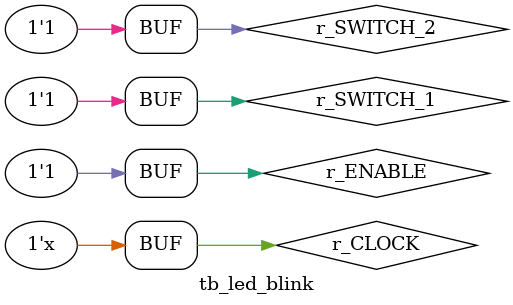
<source format=v>

`timescale 1us/1ns
 
module tb_led_blink;
 
  reg r_CLOCK    = 1'b0;
  reg r_ENABLE   = 1'b0;
  reg r_SWITCH_1 = 1'b0;
  reg r_SWITCH_2 = 1'b0;
   
  wire w_LED_DRIVE;
 
  // Instantiate the Unit Under Test (UUT)
     led_blink UUT 
    (
     .i_clock(r_CLOCK),
     .i_enable(r_ENABLE),
     .i_switch_1(r_SWITCH_1),
     .i_switch_2(r_SWITCH_2),
     .o_led_drive(w_LED_DRIVE)
     );
   
  always #20 r_CLOCK <= !r_CLOCK;
     
  initial begin
    r_ENABLE <= 1'b1;
 
    r_SWITCH_1 <= 1'b0;
    r_SWITCH_2 <= 1'b0;
    #200000 // 0.2 seconds
     
    r_SWITCH_1 <= 1'b0;
    r_SWITCH_2 <= 1'b1;
    #200000 // 0.2 seconds
     
    r_SWITCH_1 <= 1'b1;
    r_SWITCH_2 <= 1'b0;
    #500000 // 0.5 seconds
 
    r_SWITCH_1 <= 1'b1;
    r_SWITCH_2 <= 1'b1;
    #2000000 // 2 seconds
 
    $display("Test Complete");
  end
   
endmodule // tutorial_led_blink_tb
</source>
